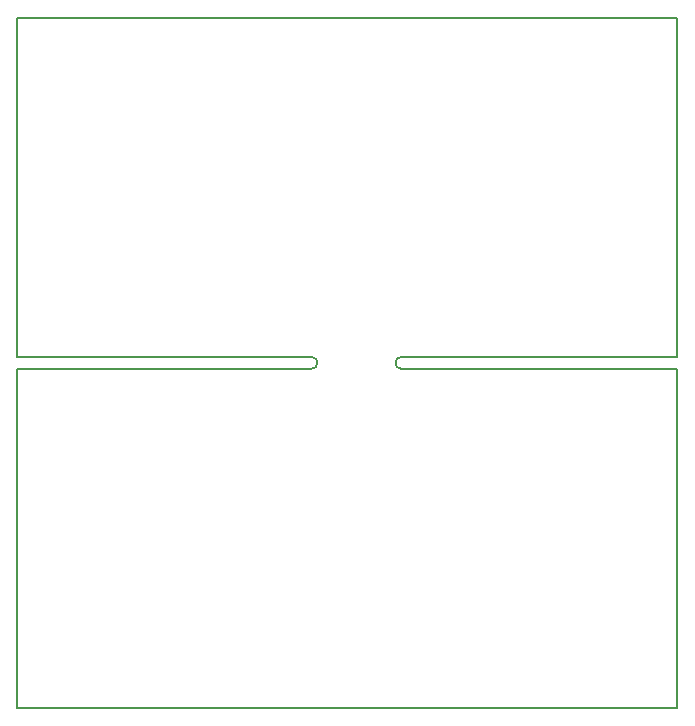
<source format=gbr>
G04 #@! TF.GenerationSoftware,KiCad,Pcbnew,(5.0.1)-4*
G04 #@! TF.CreationDate,2019-01-08T12:08:18+01:00*
G04 #@! TF.ProjectId,1U HiHat,31552048694861742E6B696361645F70,rev?*
G04 #@! TF.SameCoordinates,Original*
G04 #@! TF.FileFunction,Profile,NP*
%FSLAX46Y46*%
G04 Gerber Fmt 4.6, Leading zero omitted, Abs format (unit mm)*
G04 Created by KiCad (PCBNEW (5.0.1)-4) date 01/08/19 12:08:18*
%MOMM*%
%LPD*%
G01*
G04 APERTURE LIST*
%ADD10C,0.150000*%
G04 APERTURE END LIST*
D10*
X88900000Y-121920000D02*
X144780000Y-121920000D01*
X144780000Y-93218000D02*
X144780000Y-121920000D01*
X88900000Y-93218000D02*
X88900000Y-121920000D01*
X121412000Y-93218000D02*
X144780000Y-93218000D01*
X144780000Y-92202000D02*
X121412000Y-92202000D01*
X121412000Y-93218000D02*
G75*
G02X121412000Y-92202000I0J508000D01*
G01*
X88900000Y-93218000D02*
X113792000Y-93218000D01*
X113792000Y-92202000D02*
G75*
G02X113792000Y-93218000I0J-508000D01*
G01*
X88900000Y-92202000D02*
X113792000Y-92202000D01*
X88900000Y-63500000D02*
X88900000Y-92202000D01*
X144780000Y-63500000D02*
X144780000Y-92202000D01*
X88900000Y-63500000D02*
X144780000Y-63500000D01*
M02*

</source>
